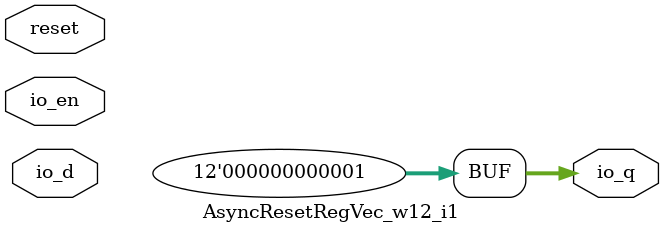
<source format=sv>
`ifndef RANDOMIZE
  `ifdef RANDOMIZE_REG_INIT
    `define RANDOMIZE
  `endif // RANDOMIZE_REG_INIT
`endif // not def RANDOMIZE
`ifndef RANDOMIZE
  `ifdef RANDOMIZE_MEM_INIT
    `define RANDOMIZE
  `endif // RANDOMIZE_MEM_INIT
`endif // not def RANDOMIZE

`ifndef RANDOM
  `define RANDOM $random
`endif // not def RANDOM

// Users can define 'PRINTF_COND' to add an extra gate to prints.
`ifndef PRINTF_COND_
  `ifdef PRINTF_COND
    `define PRINTF_COND_ (`PRINTF_COND)
  `else  // PRINTF_COND
    `define PRINTF_COND_ 1
  `endif // PRINTF_COND
`endif // not def PRINTF_COND_

// Users can define 'ASSERT_VERBOSE_COND' to add an extra gate to assert error printing.
`ifndef ASSERT_VERBOSE_COND_
  `ifdef ASSERT_VERBOSE_COND
    `define ASSERT_VERBOSE_COND_ (`ASSERT_VERBOSE_COND)
  `else  // ASSERT_VERBOSE_COND
    `define ASSERT_VERBOSE_COND_ 1
  `endif // ASSERT_VERBOSE_COND
`endif // not def ASSERT_VERBOSE_COND_

// Users can define 'STOP_COND' to add an extra gate to stop conditions.
`ifndef STOP_COND_
  `ifdef STOP_COND
    `define STOP_COND_ (`STOP_COND)
  `else  // STOP_COND
    `define STOP_COND_ 1
  `endif // STOP_COND
`endif // not def STOP_COND_

// Users can define INIT_RANDOM as general code that gets injected into the
// initializer block for modules with registers.
`ifndef INIT_RANDOM
  `define INIT_RANDOM
`endif // not def INIT_RANDOM

// If using random initialization, you can also define RANDOMIZE_DELAY to
// customize the delay used, otherwise 0.002 is used.
`ifndef RANDOMIZE_DELAY
  `define RANDOMIZE_DELAY 0.002
`endif // not def RANDOMIZE_DELAY

// Define INIT_RANDOM_PROLOG_ for use in our modules below.
`ifndef INIT_RANDOM_PROLOG_
  `ifdef RANDOMIZE
    `ifdef VERILATOR
      `define INIT_RANDOM_PROLOG_ `INIT_RANDOM
    `else  // VERILATOR
      `define INIT_RANDOM_PROLOG_ `INIT_RANDOM #`RANDOMIZE_DELAY begin end
    `endif // VERILATOR
  `else  // RANDOMIZE
    `define INIT_RANDOM_PROLOG_
  `endif // RANDOMIZE
`endif // not def INIT_RANDOM_PROLOG_

module AsyncResetRegVec_w12_i1(
  input         reset,
  input  [11:0] io_d,
  input         io_en,
  output [11:0] io_q
);

  assign io_q = 12'h1;	// @[AsyncResetReg.scala:63:50]
endmodule


</source>
